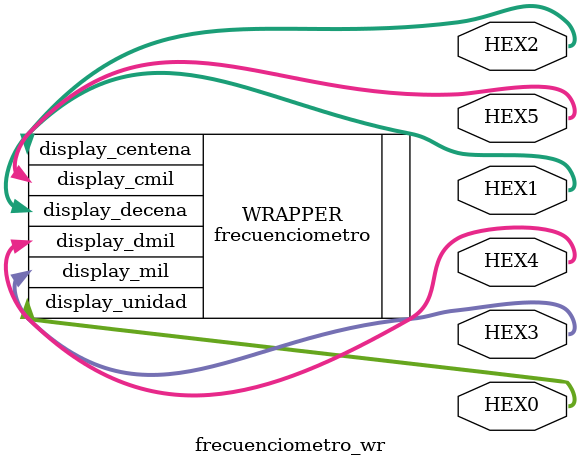
<source format=v>
module frecuenciometro_wr(
    output [0:6] HEX0, HEX1, HEX2, HEX3, HEX4, HEX5
);

	frecuenciometro WRAPPER(
    .display_unidad(HEX0[0:6]),
    .display_decena(HEX1[0:6]),
    .display_centena(HEX2[0:6]),
    .display_mil(HEX3[0:6]),
	 .display_dmil(HEX4[0:6]),
    .display_cmil(HEX5[0:6])
	);

endmodule
</source>
